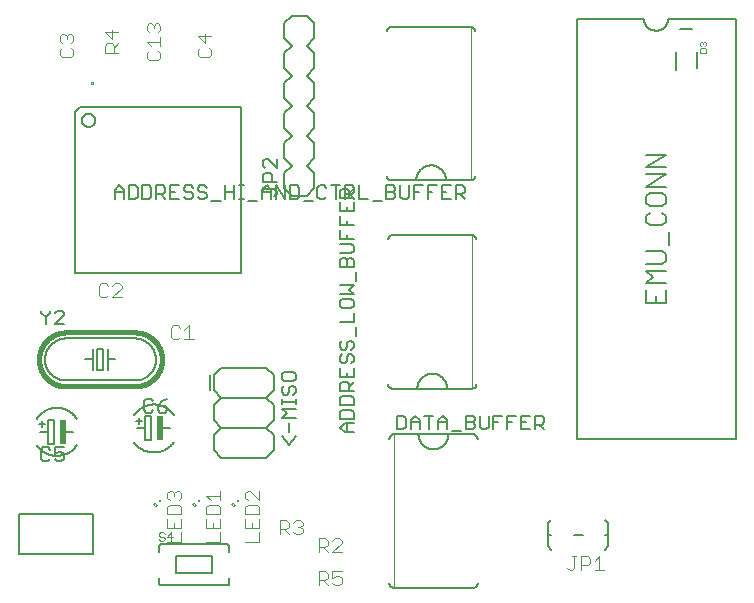
<source format=gtl>
G75*
%MOIN*%
%OFA0B0*%
%FSLAX25Y25*%
%IPPOS*%
%LPD*%
%AMOC8*
5,1,8,0,0,1.08239X$1,22.5*
%
%ADD10C,0.00600*%
%ADD11C,0.00400*%
%ADD12C,0.00800*%
%ADD13C,0.00500*%
%ADD14C,0.00200*%
%ADD15R,0.02000X0.08000*%
%ADD16C,0.00250*%
%ADD17C,0.00984*%
%ADD18C,0.01600*%
D10*
X0011595Y0019191D02*
X0036193Y0019191D01*
X0036193Y0032813D01*
X0011595Y0032813D01*
X0011595Y0019191D01*
X0021194Y0056106D02*
X0023194Y0056106D01*
X0023194Y0064106D01*
X0021194Y0064106D01*
X0021194Y0060106D01*
X0021194Y0056106D01*
X0021194Y0060106D02*
X0018694Y0060106D01*
X0019194Y0061606D02*
X0019194Y0063606D01*
X0018194Y0062606D02*
X0020194Y0062606D01*
X0017507Y0055715D02*
X0017616Y0055553D01*
X0017729Y0055393D01*
X0017846Y0055237D01*
X0017967Y0055083D01*
X0018092Y0054933D01*
X0018220Y0054785D01*
X0018352Y0054641D01*
X0018487Y0054499D01*
X0018626Y0054362D01*
X0018768Y0054227D01*
X0018913Y0054097D01*
X0019062Y0053969D01*
X0019213Y0053846D01*
X0019368Y0053726D01*
X0019525Y0053610D01*
X0019685Y0053498D01*
X0019848Y0053389D01*
X0020013Y0053285D01*
X0020181Y0053185D01*
X0020352Y0053089D01*
X0020524Y0052997D01*
X0020699Y0052910D01*
X0020876Y0052827D01*
X0021055Y0052748D01*
X0021236Y0052673D01*
X0021418Y0052603D01*
X0021602Y0052537D01*
X0021788Y0052476D01*
X0021975Y0052420D01*
X0022164Y0052368D01*
X0022353Y0052321D01*
X0022544Y0052278D01*
X0022736Y0052240D01*
X0022929Y0052207D01*
X0023122Y0052178D01*
X0023316Y0052154D01*
X0023511Y0052135D01*
X0023706Y0052121D01*
X0023901Y0052111D01*
X0024096Y0052107D01*
X0024292Y0052107D01*
X0024487Y0052111D01*
X0024682Y0052121D01*
X0024877Y0052135D01*
X0025072Y0052154D01*
X0025266Y0052178D01*
X0025459Y0052207D01*
X0025652Y0052240D01*
X0025844Y0052278D01*
X0026035Y0052321D01*
X0026224Y0052368D01*
X0026413Y0052420D01*
X0026600Y0052476D01*
X0026786Y0052537D01*
X0026970Y0052603D01*
X0027152Y0052673D01*
X0027333Y0052748D01*
X0027512Y0052827D01*
X0027689Y0052910D01*
X0027864Y0052997D01*
X0028036Y0053089D01*
X0028207Y0053185D01*
X0028375Y0053285D01*
X0028540Y0053389D01*
X0028703Y0053498D01*
X0028863Y0053610D01*
X0029020Y0053726D01*
X0029175Y0053846D01*
X0029326Y0053969D01*
X0029475Y0054097D01*
X0029620Y0054227D01*
X0029762Y0054362D01*
X0029901Y0054499D01*
X0030036Y0054641D01*
X0030168Y0054785D01*
X0030296Y0054933D01*
X0030421Y0055083D01*
X0030542Y0055237D01*
X0030659Y0055393D01*
X0030772Y0055553D01*
X0030881Y0055715D01*
X0029694Y0060106D02*
X0026694Y0060106D01*
X0030881Y0064497D02*
X0030772Y0064659D01*
X0030659Y0064819D01*
X0030542Y0064975D01*
X0030421Y0065129D01*
X0030296Y0065279D01*
X0030168Y0065427D01*
X0030036Y0065571D01*
X0029901Y0065713D01*
X0029762Y0065850D01*
X0029620Y0065985D01*
X0029475Y0066115D01*
X0029326Y0066243D01*
X0029175Y0066366D01*
X0029020Y0066486D01*
X0028863Y0066602D01*
X0028703Y0066714D01*
X0028540Y0066823D01*
X0028375Y0066927D01*
X0028207Y0067027D01*
X0028036Y0067123D01*
X0027864Y0067215D01*
X0027689Y0067302D01*
X0027512Y0067385D01*
X0027333Y0067464D01*
X0027152Y0067539D01*
X0026970Y0067609D01*
X0026786Y0067675D01*
X0026600Y0067736D01*
X0026413Y0067792D01*
X0026224Y0067844D01*
X0026035Y0067891D01*
X0025844Y0067934D01*
X0025652Y0067972D01*
X0025459Y0068005D01*
X0025266Y0068034D01*
X0025072Y0068058D01*
X0024877Y0068077D01*
X0024682Y0068091D01*
X0024487Y0068101D01*
X0024292Y0068105D01*
X0024096Y0068105D01*
X0023901Y0068101D01*
X0023706Y0068091D01*
X0023511Y0068077D01*
X0023316Y0068058D01*
X0023122Y0068034D01*
X0022929Y0068005D01*
X0022736Y0067972D01*
X0022544Y0067934D01*
X0022353Y0067891D01*
X0022164Y0067844D01*
X0021975Y0067792D01*
X0021788Y0067736D01*
X0021602Y0067675D01*
X0021418Y0067609D01*
X0021236Y0067539D01*
X0021055Y0067464D01*
X0020876Y0067385D01*
X0020699Y0067302D01*
X0020524Y0067215D01*
X0020352Y0067123D01*
X0020181Y0067027D01*
X0020013Y0066927D01*
X0019848Y0066823D01*
X0019685Y0066714D01*
X0019525Y0066602D01*
X0019368Y0066486D01*
X0019213Y0066366D01*
X0019062Y0066243D01*
X0018913Y0066115D01*
X0018768Y0065985D01*
X0018626Y0065850D01*
X0018487Y0065713D01*
X0018352Y0065571D01*
X0018220Y0065427D01*
X0018092Y0065279D01*
X0017967Y0065129D01*
X0017846Y0064975D01*
X0017729Y0064819D01*
X0017616Y0064659D01*
X0017507Y0064497D01*
X0027294Y0077206D02*
X0050294Y0077206D01*
X0050464Y0077208D01*
X0050635Y0077214D01*
X0050805Y0077225D01*
X0050975Y0077239D01*
X0051144Y0077258D01*
X0051313Y0077281D01*
X0051482Y0077307D01*
X0051649Y0077338D01*
X0051816Y0077373D01*
X0051982Y0077413D01*
X0052147Y0077456D01*
X0052311Y0077503D01*
X0052473Y0077554D01*
X0052635Y0077609D01*
X0052795Y0077668D01*
X0052953Y0077731D01*
X0053110Y0077797D01*
X0053265Y0077868D01*
X0053419Y0077942D01*
X0053570Y0078020D01*
X0053720Y0078102D01*
X0053868Y0078187D01*
X0054013Y0078276D01*
X0054156Y0078368D01*
X0054297Y0078464D01*
X0054436Y0078563D01*
X0054572Y0078666D01*
X0054706Y0078771D01*
X0054837Y0078880D01*
X0054965Y0078993D01*
X0055091Y0079108D01*
X0055214Y0079226D01*
X0055333Y0079347D01*
X0055450Y0079472D01*
X0055564Y0079599D01*
X0055675Y0079728D01*
X0055782Y0079861D01*
X0055886Y0079996D01*
X0055987Y0080133D01*
X0056085Y0080273D01*
X0056179Y0080415D01*
X0056269Y0080559D01*
X0056356Y0080706D01*
X0056440Y0080855D01*
X0056519Y0081005D01*
X0056595Y0081158D01*
X0056668Y0081312D01*
X0056736Y0081468D01*
X0056801Y0081626D01*
X0056862Y0081785D01*
X0056919Y0081946D01*
X0056972Y0082108D01*
X0057021Y0082271D01*
X0057066Y0082435D01*
X0057107Y0082601D01*
X0057145Y0082767D01*
X0057178Y0082935D01*
X0057206Y0083103D01*
X0057231Y0083271D01*
X0057252Y0083440D01*
X0057269Y0083610D01*
X0057281Y0083780D01*
X0057289Y0083950D01*
X0057293Y0084121D01*
X0057293Y0084291D01*
X0057289Y0084462D01*
X0057281Y0084632D01*
X0057269Y0084802D01*
X0057252Y0084972D01*
X0057231Y0085141D01*
X0057206Y0085309D01*
X0057178Y0085477D01*
X0057145Y0085645D01*
X0057107Y0085811D01*
X0057066Y0085977D01*
X0057021Y0086141D01*
X0056972Y0086304D01*
X0056919Y0086466D01*
X0056862Y0086627D01*
X0056801Y0086786D01*
X0056736Y0086944D01*
X0056668Y0087100D01*
X0056595Y0087254D01*
X0056519Y0087407D01*
X0056440Y0087557D01*
X0056356Y0087706D01*
X0056269Y0087853D01*
X0056179Y0087997D01*
X0056085Y0088139D01*
X0055987Y0088279D01*
X0055886Y0088416D01*
X0055782Y0088551D01*
X0055675Y0088684D01*
X0055564Y0088813D01*
X0055450Y0088940D01*
X0055333Y0089065D01*
X0055214Y0089186D01*
X0055091Y0089304D01*
X0054965Y0089419D01*
X0054837Y0089532D01*
X0054706Y0089641D01*
X0054572Y0089746D01*
X0054436Y0089849D01*
X0054297Y0089948D01*
X0054156Y0090044D01*
X0054013Y0090136D01*
X0053868Y0090225D01*
X0053720Y0090310D01*
X0053570Y0090392D01*
X0053419Y0090470D01*
X0053265Y0090544D01*
X0053110Y0090615D01*
X0052953Y0090681D01*
X0052795Y0090744D01*
X0052635Y0090803D01*
X0052473Y0090858D01*
X0052311Y0090909D01*
X0052147Y0090956D01*
X0051982Y0090999D01*
X0051816Y0091039D01*
X0051649Y0091074D01*
X0051482Y0091105D01*
X0051313Y0091131D01*
X0051144Y0091154D01*
X0050975Y0091173D01*
X0050805Y0091187D01*
X0050635Y0091198D01*
X0050464Y0091204D01*
X0050294Y0091206D01*
X0027294Y0091206D01*
X0027124Y0091204D01*
X0026953Y0091198D01*
X0026783Y0091187D01*
X0026613Y0091173D01*
X0026444Y0091154D01*
X0026275Y0091131D01*
X0026106Y0091105D01*
X0025939Y0091074D01*
X0025772Y0091039D01*
X0025606Y0090999D01*
X0025441Y0090956D01*
X0025277Y0090909D01*
X0025115Y0090858D01*
X0024953Y0090803D01*
X0024793Y0090744D01*
X0024635Y0090681D01*
X0024478Y0090615D01*
X0024323Y0090544D01*
X0024169Y0090470D01*
X0024018Y0090392D01*
X0023868Y0090310D01*
X0023720Y0090225D01*
X0023575Y0090136D01*
X0023432Y0090044D01*
X0023291Y0089948D01*
X0023152Y0089849D01*
X0023016Y0089746D01*
X0022882Y0089641D01*
X0022751Y0089532D01*
X0022623Y0089419D01*
X0022497Y0089304D01*
X0022374Y0089186D01*
X0022255Y0089065D01*
X0022138Y0088940D01*
X0022024Y0088813D01*
X0021913Y0088684D01*
X0021806Y0088551D01*
X0021702Y0088416D01*
X0021601Y0088279D01*
X0021503Y0088139D01*
X0021409Y0087997D01*
X0021319Y0087853D01*
X0021232Y0087706D01*
X0021148Y0087557D01*
X0021069Y0087407D01*
X0020993Y0087254D01*
X0020920Y0087100D01*
X0020852Y0086944D01*
X0020787Y0086786D01*
X0020726Y0086627D01*
X0020669Y0086466D01*
X0020616Y0086304D01*
X0020567Y0086141D01*
X0020522Y0085977D01*
X0020481Y0085811D01*
X0020443Y0085645D01*
X0020410Y0085477D01*
X0020382Y0085309D01*
X0020357Y0085141D01*
X0020336Y0084972D01*
X0020319Y0084802D01*
X0020307Y0084632D01*
X0020299Y0084462D01*
X0020295Y0084291D01*
X0020295Y0084121D01*
X0020299Y0083950D01*
X0020307Y0083780D01*
X0020319Y0083610D01*
X0020336Y0083440D01*
X0020357Y0083271D01*
X0020382Y0083103D01*
X0020410Y0082935D01*
X0020443Y0082767D01*
X0020481Y0082601D01*
X0020522Y0082435D01*
X0020567Y0082271D01*
X0020616Y0082108D01*
X0020669Y0081946D01*
X0020726Y0081785D01*
X0020787Y0081626D01*
X0020852Y0081468D01*
X0020920Y0081312D01*
X0020993Y0081158D01*
X0021069Y0081005D01*
X0021148Y0080855D01*
X0021232Y0080706D01*
X0021319Y0080559D01*
X0021409Y0080415D01*
X0021503Y0080273D01*
X0021601Y0080133D01*
X0021702Y0079996D01*
X0021806Y0079861D01*
X0021913Y0079728D01*
X0022024Y0079599D01*
X0022138Y0079472D01*
X0022255Y0079347D01*
X0022374Y0079226D01*
X0022497Y0079108D01*
X0022623Y0078993D01*
X0022751Y0078880D01*
X0022882Y0078771D01*
X0023016Y0078666D01*
X0023152Y0078563D01*
X0023291Y0078464D01*
X0023432Y0078368D01*
X0023575Y0078276D01*
X0023720Y0078187D01*
X0023868Y0078102D01*
X0024018Y0078020D01*
X0024169Y0077942D01*
X0024323Y0077868D01*
X0024478Y0077797D01*
X0024635Y0077731D01*
X0024793Y0077668D01*
X0024953Y0077609D01*
X0025115Y0077554D01*
X0025277Y0077503D01*
X0025441Y0077456D01*
X0025606Y0077413D01*
X0025772Y0077373D01*
X0025939Y0077338D01*
X0026106Y0077307D01*
X0026275Y0077281D01*
X0026444Y0077258D01*
X0026613Y0077239D01*
X0026783Y0077225D01*
X0026953Y0077214D01*
X0027124Y0077208D01*
X0027294Y0077206D01*
X0033794Y0084206D02*
X0036294Y0084206D01*
X0036294Y0080706D01*
X0037794Y0080706D02*
X0037794Y0087706D01*
X0039794Y0087706D01*
X0039794Y0080706D01*
X0037794Y0080706D01*
X0036294Y0084206D02*
X0036294Y0087706D01*
X0041294Y0087706D02*
X0041294Y0084206D01*
X0043794Y0084206D01*
X0041294Y0084206D02*
X0041294Y0080706D01*
X0051594Y0064706D02*
X0051594Y0062706D01*
X0050594Y0063706D02*
X0052594Y0063706D01*
X0053594Y0065206D02*
X0053594Y0061206D01*
X0053594Y0057206D01*
X0055594Y0057206D01*
X0055594Y0065206D01*
X0053594Y0065206D01*
X0053594Y0061206D02*
X0051094Y0061206D01*
X0049907Y0056815D02*
X0050016Y0056653D01*
X0050129Y0056493D01*
X0050246Y0056337D01*
X0050367Y0056183D01*
X0050492Y0056033D01*
X0050620Y0055885D01*
X0050752Y0055741D01*
X0050887Y0055599D01*
X0051026Y0055462D01*
X0051168Y0055327D01*
X0051313Y0055197D01*
X0051462Y0055069D01*
X0051613Y0054946D01*
X0051768Y0054826D01*
X0051925Y0054710D01*
X0052085Y0054598D01*
X0052248Y0054489D01*
X0052413Y0054385D01*
X0052581Y0054285D01*
X0052752Y0054189D01*
X0052924Y0054097D01*
X0053099Y0054010D01*
X0053276Y0053927D01*
X0053455Y0053848D01*
X0053636Y0053773D01*
X0053818Y0053703D01*
X0054002Y0053637D01*
X0054188Y0053576D01*
X0054375Y0053520D01*
X0054564Y0053468D01*
X0054753Y0053421D01*
X0054944Y0053378D01*
X0055136Y0053340D01*
X0055329Y0053307D01*
X0055522Y0053278D01*
X0055716Y0053254D01*
X0055911Y0053235D01*
X0056106Y0053221D01*
X0056301Y0053211D01*
X0056496Y0053207D01*
X0056692Y0053207D01*
X0056887Y0053211D01*
X0057082Y0053221D01*
X0057277Y0053235D01*
X0057472Y0053254D01*
X0057666Y0053278D01*
X0057859Y0053307D01*
X0058052Y0053340D01*
X0058244Y0053378D01*
X0058435Y0053421D01*
X0058624Y0053468D01*
X0058813Y0053520D01*
X0059000Y0053576D01*
X0059186Y0053637D01*
X0059370Y0053703D01*
X0059552Y0053773D01*
X0059733Y0053848D01*
X0059912Y0053927D01*
X0060089Y0054010D01*
X0060264Y0054097D01*
X0060436Y0054189D01*
X0060607Y0054285D01*
X0060775Y0054385D01*
X0060940Y0054489D01*
X0061103Y0054598D01*
X0061263Y0054710D01*
X0061420Y0054826D01*
X0061575Y0054946D01*
X0061726Y0055069D01*
X0061875Y0055197D01*
X0062020Y0055327D01*
X0062162Y0055462D01*
X0062301Y0055599D01*
X0062436Y0055741D01*
X0062568Y0055885D01*
X0062696Y0056033D01*
X0062821Y0056183D01*
X0062942Y0056337D01*
X0063059Y0056493D01*
X0063172Y0056653D01*
X0063281Y0056815D01*
X0062094Y0061206D02*
X0059094Y0061206D01*
X0063281Y0065597D02*
X0063172Y0065759D01*
X0063059Y0065919D01*
X0062942Y0066075D01*
X0062821Y0066229D01*
X0062696Y0066379D01*
X0062568Y0066527D01*
X0062436Y0066671D01*
X0062301Y0066813D01*
X0062162Y0066950D01*
X0062020Y0067085D01*
X0061875Y0067215D01*
X0061726Y0067343D01*
X0061575Y0067466D01*
X0061420Y0067586D01*
X0061263Y0067702D01*
X0061103Y0067814D01*
X0060940Y0067923D01*
X0060775Y0068027D01*
X0060607Y0068127D01*
X0060436Y0068223D01*
X0060264Y0068315D01*
X0060089Y0068402D01*
X0059912Y0068485D01*
X0059733Y0068564D01*
X0059552Y0068639D01*
X0059370Y0068709D01*
X0059186Y0068775D01*
X0059000Y0068836D01*
X0058813Y0068892D01*
X0058624Y0068944D01*
X0058435Y0068991D01*
X0058244Y0069034D01*
X0058052Y0069072D01*
X0057859Y0069105D01*
X0057666Y0069134D01*
X0057472Y0069158D01*
X0057277Y0069177D01*
X0057082Y0069191D01*
X0056887Y0069201D01*
X0056692Y0069205D01*
X0056496Y0069205D01*
X0056301Y0069201D01*
X0056106Y0069191D01*
X0055911Y0069177D01*
X0055716Y0069158D01*
X0055522Y0069134D01*
X0055329Y0069105D01*
X0055136Y0069072D01*
X0054944Y0069034D01*
X0054753Y0068991D01*
X0054564Y0068944D01*
X0054375Y0068892D01*
X0054188Y0068836D01*
X0054002Y0068775D01*
X0053818Y0068709D01*
X0053636Y0068639D01*
X0053455Y0068564D01*
X0053276Y0068485D01*
X0053099Y0068402D01*
X0052924Y0068315D01*
X0052752Y0068223D01*
X0052581Y0068127D01*
X0052413Y0068027D01*
X0052248Y0067923D01*
X0052085Y0067814D01*
X0051925Y0067702D01*
X0051768Y0067586D01*
X0051613Y0067466D01*
X0051462Y0067343D01*
X0051313Y0067215D01*
X0051168Y0067085D01*
X0051026Y0066950D01*
X0050887Y0066813D01*
X0050752Y0066671D01*
X0050620Y0066527D01*
X0050492Y0066379D01*
X0050367Y0066229D01*
X0050246Y0066075D01*
X0050129Y0065919D01*
X0050016Y0065759D01*
X0049907Y0065597D01*
X0030293Y0113105D02*
X0030293Y0166806D01*
X0031994Y0168507D01*
X0085695Y0168507D01*
X0085695Y0113105D01*
X0030293Y0113105D01*
X0032644Y0163956D02*
X0032646Y0164049D01*
X0032652Y0164143D01*
X0032662Y0164235D01*
X0032676Y0164328D01*
X0032693Y0164419D01*
X0032715Y0164510D01*
X0032740Y0164600D01*
X0032770Y0164689D01*
X0032803Y0164776D01*
X0032839Y0164862D01*
X0032880Y0164946D01*
X0032923Y0165029D01*
X0032971Y0165109D01*
X0033021Y0165188D01*
X0033075Y0165264D01*
X0033132Y0165338D01*
X0033193Y0165409D01*
X0033256Y0165478D01*
X0033322Y0165544D01*
X0033391Y0165607D01*
X0033462Y0165668D01*
X0033536Y0165725D01*
X0033612Y0165779D01*
X0033691Y0165829D01*
X0033771Y0165877D01*
X0033854Y0165920D01*
X0033938Y0165961D01*
X0034024Y0165997D01*
X0034111Y0166030D01*
X0034200Y0166060D01*
X0034290Y0166085D01*
X0034381Y0166107D01*
X0034472Y0166124D01*
X0034565Y0166138D01*
X0034657Y0166148D01*
X0034751Y0166154D01*
X0034844Y0166156D01*
X0034937Y0166154D01*
X0035031Y0166148D01*
X0035123Y0166138D01*
X0035216Y0166124D01*
X0035307Y0166107D01*
X0035398Y0166085D01*
X0035488Y0166060D01*
X0035577Y0166030D01*
X0035664Y0165997D01*
X0035750Y0165961D01*
X0035834Y0165920D01*
X0035917Y0165877D01*
X0035997Y0165829D01*
X0036076Y0165779D01*
X0036152Y0165725D01*
X0036226Y0165668D01*
X0036297Y0165607D01*
X0036366Y0165544D01*
X0036432Y0165478D01*
X0036495Y0165409D01*
X0036556Y0165338D01*
X0036613Y0165264D01*
X0036667Y0165188D01*
X0036717Y0165109D01*
X0036765Y0165029D01*
X0036808Y0164946D01*
X0036849Y0164862D01*
X0036885Y0164776D01*
X0036918Y0164689D01*
X0036948Y0164600D01*
X0036973Y0164510D01*
X0036995Y0164419D01*
X0037012Y0164328D01*
X0037026Y0164235D01*
X0037036Y0164143D01*
X0037042Y0164049D01*
X0037044Y0163956D01*
X0037042Y0163863D01*
X0037036Y0163769D01*
X0037026Y0163677D01*
X0037012Y0163584D01*
X0036995Y0163493D01*
X0036973Y0163402D01*
X0036948Y0163312D01*
X0036918Y0163223D01*
X0036885Y0163136D01*
X0036849Y0163050D01*
X0036808Y0162966D01*
X0036765Y0162883D01*
X0036717Y0162803D01*
X0036667Y0162724D01*
X0036613Y0162648D01*
X0036556Y0162574D01*
X0036495Y0162503D01*
X0036432Y0162434D01*
X0036366Y0162368D01*
X0036297Y0162305D01*
X0036226Y0162244D01*
X0036152Y0162187D01*
X0036076Y0162133D01*
X0035997Y0162083D01*
X0035917Y0162035D01*
X0035834Y0161992D01*
X0035750Y0161951D01*
X0035664Y0161915D01*
X0035577Y0161882D01*
X0035488Y0161852D01*
X0035398Y0161827D01*
X0035307Y0161805D01*
X0035216Y0161788D01*
X0035123Y0161774D01*
X0035031Y0161764D01*
X0034937Y0161758D01*
X0034844Y0161756D01*
X0034751Y0161758D01*
X0034657Y0161764D01*
X0034565Y0161774D01*
X0034472Y0161788D01*
X0034381Y0161805D01*
X0034290Y0161827D01*
X0034200Y0161852D01*
X0034111Y0161882D01*
X0034024Y0161915D01*
X0033938Y0161951D01*
X0033854Y0161992D01*
X0033771Y0162035D01*
X0033691Y0162083D01*
X0033612Y0162133D01*
X0033536Y0162187D01*
X0033462Y0162244D01*
X0033391Y0162305D01*
X0033322Y0162368D01*
X0033256Y0162434D01*
X0033193Y0162503D01*
X0033132Y0162574D01*
X0033075Y0162648D01*
X0033021Y0162724D01*
X0032971Y0162803D01*
X0032923Y0162883D01*
X0032880Y0162966D01*
X0032839Y0163050D01*
X0032803Y0163136D01*
X0032770Y0163223D01*
X0032740Y0163312D01*
X0032715Y0163402D01*
X0032693Y0163493D01*
X0032676Y0163584D01*
X0032662Y0163677D01*
X0032652Y0163769D01*
X0032646Y0163863D01*
X0032644Y0163956D01*
X0134294Y0145406D02*
X0134296Y0145330D01*
X0134302Y0145254D01*
X0134311Y0145179D01*
X0134325Y0145104D01*
X0134342Y0145030D01*
X0134363Y0144957D01*
X0134387Y0144885D01*
X0134416Y0144814D01*
X0134447Y0144745D01*
X0134482Y0144678D01*
X0134521Y0144613D01*
X0134563Y0144549D01*
X0134608Y0144488D01*
X0134656Y0144429D01*
X0134707Y0144373D01*
X0134761Y0144319D01*
X0134817Y0144268D01*
X0134876Y0144220D01*
X0134937Y0144175D01*
X0135001Y0144133D01*
X0135066Y0144094D01*
X0135133Y0144059D01*
X0135202Y0144028D01*
X0135273Y0143999D01*
X0135345Y0143975D01*
X0135418Y0143954D01*
X0135492Y0143937D01*
X0135567Y0143923D01*
X0135642Y0143914D01*
X0135718Y0143908D01*
X0135794Y0143906D01*
X0143994Y0143906D01*
X0153994Y0143906D01*
X0162194Y0143906D01*
X0162270Y0143908D01*
X0162346Y0143914D01*
X0162421Y0143923D01*
X0162496Y0143937D01*
X0162570Y0143954D01*
X0162643Y0143975D01*
X0162715Y0143999D01*
X0162786Y0144028D01*
X0162855Y0144059D01*
X0162922Y0144094D01*
X0162987Y0144133D01*
X0163051Y0144175D01*
X0163112Y0144220D01*
X0163171Y0144268D01*
X0163227Y0144319D01*
X0163281Y0144373D01*
X0163332Y0144429D01*
X0163380Y0144488D01*
X0163425Y0144549D01*
X0163467Y0144613D01*
X0163506Y0144678D01*
X0163541Y0144745D01*
X0163572Y0144814D01*
X0163601Y0144885D01*
X0163625Y0144957D01*
X0163646Y0145030D01*
X0163663Y0145104D01*
X0163677Y0145179D01*
X0163686Y0145254D01*
X0163692Y0145330D01*
X0163694Y0145406D01*
X0153994Y0143906D02*
X0153992Y0144046D01*
X0153986Y0144186D01*
X0153976Y0144326D01*
X0153963Y0144466D01*
X0153945Y0144605D01*
X0153923Y0144744D01*
X0153898Y0144881D01*
X0153869Y0145019D01*
X0153836Y0145155D01*
X0153799Y0145290D01*
X0153758Y0145424D01*
X0153713Y0145557D01*
X0153665Y0145689D01*
X0153613Y0145819D01*
X0153558Y0145948D01*
X0153499Y0146075D01*
X0153436Y0146201D01*
X0153370Y0146325D01*
X0153301Y0146446D01*
X0153228Y0146566D01*
X0153151Y0146684D01*
X0153072Y0146799D01*
X0152989Y0146913D01*
X0152903Y0147023D01*
X0152814Y0147132D01*
X0152722Y0147238D01*
X0152627Y0147341D01*
X0152530Y0147442D01*
X0152429Y0147539D01*
X0152326Y0147634D01*
X0152220Y0147726D01*
X0152111Y0147815D01*
X0152001Y0147901D01*
X0151887Y0147984D01*
X0151772Y0148063D01*
X0151654Y0148140D01*
X0151534Y0148213D01*
X0151413Y0148282D01*
X0151289Y0148348D01*
X0151163Y0148411D01*
X0151036Y0148470D01*
X0150907Y0148525D01*
X0150777Y0148577D01*
X0150645Y0148625D01*
X0150512Y0148670D01*
X0150378Y0148711D01*
X0150243Y0148748D01*
X0150107Y0148781D01*
X0149969Y0148810D01*
X0149832Y0148835D01*
X0149693Y0148857D01*
X0149554Y0148875D01*
X0149414Y0148888D01*
X0149274Y0148898D01*
X0149134Y0148904D01*
X0148994Y0148906D01*
X0148854Y0148904D01*
X0148714Y0148898D01*
X0148574Y0148888D01*
X0148434Y0148875D01*
X0148295Y0148857D01*
X0148156Y0148835D01*
X0148019Y0148810D01*
X0147881Y0148781D01*
X0147745Y0148748D01*
X0147610Y0148711D01*
X0147476Y0148670D01*
X0147343Y0148625D01*
X0147211Y0148577D01*
X0147081Y0148525D01*
X0146952Y0148470D01*
X0146825Y0148411D01*
X0146699Y0148348D01*
X0146575Y0148282D01*
X0146454Y0148213D01*
X0146334Y0148140D01*
X0146216Y0148063D01*
X0146101Y0147984D01*
X0145987Y0147901D01*
X0145877Y0147815D01*
X0145768Y0147726D01*
X0145662Y0147634D01*
X0145559Y0147539D01*
X0145458Y0147442D01*
X0145361Y0147341D01*
X0145266Y0147238D01*
X0145174Y0147132D01*
X0145085Y0147023D01*
X0144999Y0146913D01*
X0144916Y0146799D01*
X0144837Y0146684D01*
X0144760Y0146566D01*
X0144687Y0146446D01*
X0144618Y0146325D01*
X0144552Y0146201D01*
X0144489Y0146075D01*
X0144430Y0145948D01*
X0144375Y0145819D01*
X0144323Y0145689D01*
X0144275Y0145557D01*
X0144230Y0145424D01*
X0144189Y0145290D01*
X0144152Y0145155D01*
X0144119Y0145019D01*
X0144090Y0144881D01*
X0144065Y0144744D01*
X0144043Y0144605D01*
X0144025Y0144466D01*
X0144012Y0144326D01*
X0144002Y0144186D01*
X0143996Y0144046D01*
X0143994Y0143906D01*
X0136194Y0125706D02*
X0162594Y0125706D01*
X0162670Y0125704D01*
X0162746Y0125698D01*
X0162821Y0125689D01*
X0162896Y0125675D01*
X0162970Y0125658D01*
X0163043Y0125637D01*
X0163115Y0125613D01*
X0163186Y0125584D01*
X0163255Y0125553D01*
X0163322Y0125518D01*
X0163387Y0125479D01*
X0163451Y0125437D01*
X0163512Y0125392D01*
X0163571Y0125344D01*
X0163627Y0125293D01*
X0163681Y0125239D01*
X0163732Y0125183D01*
X0163780Y0125124D01*
X0163825Y0125063D01*
X0163867Y0124999D01*
X0163906Y0124934D01*
X0163941Y0124867D01*
X0163972Y0124798D01*
X0164001Y0124727D01*
X0164025Y0124655D01*
X0164046Y0124582D01*
X0164063Y0124508D01*
X0164077Y0124433D01*
X0164086Y0124358D01*
X0164092Y0124282D01*
X0164094Y0124206D01*
X0136194Y0125706D02*
X0136118Y0125704D01*
X0136042Y0125698D01*
X0135967Y0125689D01*
X0135892Y0125675D01*
X0135818Y0125658D01*
X0135745Y0125637D01*
X0135673Y0125613D01*
X0135602Y0125584D01*
X0135533Y0125553D01*
X0135466Y0125518D01*
X0135401Y0125479D01*
X0135337Y0125437D01*
X0135276Y0125392D01*
X0135217Y0125344D01*
X0135161Y0125293D01*
X0135107Y0125239D01*
X0135056Y0125183D01*
X0135008Y0125124D01*
X0134963Y0125063D01*
X0134921Y0124999D01*
X0134882Y0124934D01*
X0134847Y0124867D01*
X0134816Y0124798D01*
X0134787Y0124727D01*
X0134763Y0124655D01*
X0134742Y0124582D01*
X0134725Y0124508D01*
X0134711Y0124433D01*
X0134702Y0124358D01*
X0134696Y0124282D01*
X0134694Y0124206D01*
X0134694Y0076006D02*
X0134696Y0075930D01*
X0134702Y0075854D01*
X0134711Y0075779D01*
X0134725Y0075704D01*
X0134742Y0075630D01*
X0134763Y0075557D01*
X0134787Y0075485D01*
X0134816Y0075414D01*
X0134847Y0075345D01*
X0134882Y0075278D01*
X0134921Y0075213D01*
X0134963Y0075149D01*
X0135008Y0075088D01*
X0135056Y0075029D01*
X0135107Y0074973D01*
X0135161Y0074919D01*
X0135217Y0074868D01*
X0135276Y0074820D01*
X0135337Y0074775D01*
X0135401Y0074733D01*
X0135466Y0074694D01*
X0135533Y0074659D01*
X0135602Y0074628D01*
X0135673Y0074599D01*
X0135745Y0074575D01*
X0135818Y0074554D01*
X0135892Y0074537D01*
X0135967Y0074523D01*
X0136042Y0074514D01*
X0136118Y0074508D01*
X0136194Y0074506D01*
X0144394Y0074506D01*
X0154394Y0074506D01*
X0162594Y0074506D01*
X0162670Y0074508D01*
X0162746Y0074514D01*
X0162821Y0074523D01*
X0162896Y0074537D01*
X0162970Y0074554D01*
X0163043Y0074575D01*
X0163115Y0074599D01*
X0163186Y0074628D01*
X0163255Y0074659D01*
X0163322Y0074694D01*
X0163387Y0074733D01*
X0163451Y0074775D01*
X0163512Y0074820D01*
X0163571Y0074868D01*
X0163627Y0074919D01*
X0163681Y0074973D01*
X0163732Y0075029D01*
X0163780Y0075088D01*
X0163825Y0075149D01*
X0163867Y0075213D01*
X0163906Y0075278D01*
X0163941Y0075345D01*
X0163972Y0075414D01*
X0164001Y0075485D01*
X0164025Y0075557D01*
X0164046Y0075630D01*
X0164063Y0075704D01*
X0164077Y0075779D01*
X0164086Y0075854D01*
X0164092Y0075930D01*
X0164094Y0076006D01*
X0154394Y0074506D02*
X0154392Y0074646D01*
X0154386Y0074786D01*
X0154376Y0074926D01*
X0154363Y0075066D01*
X0154345Y0075205D01*
X0154323Y0075344D01*
X0154298Y0075481D01*
X0154269Y0075619D01*
X0154236Y0075755D01*
X0154199Y0075890D01*
X0154158Y0076024D01*
X0154113Y0076157D01*
X0154065Y0076289D01*
X0154013Y0076419D01*
X0153958Y0076548D01*
X0153899Y0076675D01*
X0153836Y0076801D01*
X0153770Y0076925D01*
X0153701Y0077046D01*
X0153628Y0077166D01*
X0153551Y0077284D01*
X0153472Y0077399D01*
X0153389Y0077513D01*
X0153303Y0077623D01*
X0153214Y0077732D01*
X0153122Y0077838D01*
X0153027Y0077941D01*
X0152930Y0078042D01*
X0152829Y0078139D01*
X0152726Y0078234D01*
X0152620Y0078326D01*
X0152511Y0078415D01*
X0152401Y0078501D01*
X0152287Y0078584D01*
X0152172Y0078663D01*
X0152054Y0078740D01*
X0151934Y0078813D01*
X0151813Y0078882D01*
X0151689Y0078948D01*
X0151563Y0079011D01*
X0151436Y0079070D01*
X0151307Y0079125D01*
X0151177Y0079177D01*
X0151045Y0079225D01*
X0150912Y0079270D01*
X0150778Y0079311D01*
X0150643Y0079348D01*
X0150507Y0079381D01*
X0150369Y0079410D01*
X0150232Y0079435D01*
X0150093Y0079457D01*
X0149954Y0079475D01*
X0149814Y0079488D01*
X0149674Y0079498D01*
X0149534Y0079504D01*
X0149394Y0079506D01*
X0149254Y0079504D01*
X0149114Y0079498D01*
X0148974Y0079488D01*
X0148834Y0079475D01*
X0148695Y0079457D01*
X0148556Y0079435D01*
X0148419Y0079410D01*
X0148281Y0079381D01*
X0148145Y0079348D01*
X0148010Y0079311D01*
X0147876Y0079270D01*
X0147743Y0079225D01*
X0147611Y0079177D01*
X0147481Y0079125D01*
X0147352Y0079070D01*
X0147225Y0079011D01*
X0147099Y0078948D01*
X0146975Y0078882D01*
X0146854Y0078813D01*
X0146734Y0078740D01*
X0146616Y0078663D01*
X0146501Y0078584D01*
X0146387Y0078501D01*
X0146277Y0078415D01*
X0146168Y0078326D01*
X0146062Y0078234D01*
X0145959Y0078139D01*
X0145858Y0078042D01*
X0145761Y0077941D01*
X0145666Y0077838D01*
X0145574Y0077732D01*
X0145485Y0077623D01*
X0145399Y0077513D01*
X0145316Y0077399D01*
X0145237Y0077284D01*
X0145160Y0077166D01*
X0145087Y0077046D01*
X0145018Y0076925D01*
X0144952Y0076801D01*
X0144889Y0076675D01*
X0144830Y0076548D01*
X0144775Y0076419D01*
X0144723Y0076289D01*
X0144675Y0076157D01*
X0144630Y0076024D01*
X0144589Y0075890D01*
X0144552Y0075755D01*
X0144519Y0075619D01*
X0144490Y0075481D01*
X0144465Y0075344D01*
X0144443Y0075205D01*
X0144425Y0075066D01*
X0144412Y0074926D01*
X0144402Y0074786D01*
X0144396Y0074646D01*
X0144394Y0074506D01*
X0144794Y0059306D02*
X0136594Y0059306D01*
X0136518Y0059304D01*
X0136442Y0059298D01*
X0136367Y0059289D01*
X0136292Y0059275D01*
X0136218Y0059258D01*
X0136145Y0059237D01*
X0136073Y0059213D01*
X0136002Y0059184D01*
X0135933Y0059153D01*
X0135866Y0059118D01*
X0135801Y0059079D01*
X0135737Y0059037D01*
X0135676Y0058992D01*
X0135617Y0058944D01*
X0135561Y0058893D01*
X0135507Y0058839D01*
X0135456Y0058783D01*
X0135408Y0058724D01*
X0135363Y0058663D01*
X0135321Y0058599D01*
X0135282Y0058534D01*
X0135247Y0058467D01*
X0135216Y0058398D01*
X0135187Y0058327D01*
X0135163Y0058255D01*
X0135142Y0058182D01*
X0135125Y0058108D01*
X0135111Y0058033D01*
X0135102Y0057958D01*
X0135096Y0057882D01*
X0135094Y0057806D01*
X0144794Y0059306D02*
X0154794Y0059306D01*
X0162994Y0059306D01*
X0163070Y0059304D01*
X0163146Y0059298D01*
X0163221Y0059289D01*
X0163296Y0059275D01*
X0163370Y0059258D01*
X0163443Y0059237D01*
X0163515Y0059213D01*
X0163586Y0059184D01*
X0163655Y0059153D01*
X0163722Y0059118D01*
X0163787Y0059079D01*
X0163851Y0059037D01*
X0163912Y0058992D01*
X0163971Y0058944D01*
X0164027Y0058893D01*
X0164081Y0058839D01*
X0164132Y0058783D01*
X0164180Y0058724D01*
X0164225Y0058663D01*
X0164267Y0058599D01*
X0164306Y0058534D01*
X0164341Y0058467D01*
X0164372Y0058398D01*
X0164401Y0058327D01*
X0164425Y0058255D01*
X0164446Y0058182D01*
X0164463Y0058108D01*
X0164477Y0058033D01*
X0164486Y0057958D01*
X0164492Y0057882D01*
X0164494Y0057806D01*
X0154794Y0059306D02*
X0154792Y0059166D01*
X0154786Y0059026D01*
X0154776Y0058886D01*
X0154763Y0058746D01*
X0154745Y0058607D01*
X0154723Y0058468D01*
X0154698Y0058331D01*
X0154669Y0058193D01*
X0154636Y0058057D01*
X0154599Y0057922D01*
X0154558Y0057788D01*
X0154513Y0057655D01*
X0154465Y0057523D01*
X0154413Y0057393D01*
X0154358Y0057264D01*
X0154299Y0057137D01*
X0154236Y0057011D01*
X0154170Y0056887D01*
X0154101Y0056766D01*
X0154028Y0056646D01*
X0153951Y0056528D01*
X0153872Y0056413D01*
X0153789Y0056299D01*
X0153703Y0056189D01*
X0153614Y0056080D01*
X0153522Y0055974D01*
X0153427Y0055871D01*
X0153330Y0055770D01*
X0153229Y0055673D01*
X0153126Y0055578D01*
X0153020Y0055486D01*
X0152911Y0055397D01*
X0152801Y0055311D01*
X0152687Y0055228D01*
X0152572Y0055149D01*
X0152454Y0055072D01*
X0152334Y0054999D01*
X0152213Y0054930D01*
X0152089Y0054864D01*
X0151963Y0054801D01*
X0151836Y0054742D01*
X0151707Y0054687D01*
X0151577Y0054635D01*
X0151445Y0054587D01*
X0151312Y0054542D01*
X0151178Y0054501D01*
X0151043Y0054464D01*
X0150907Y0054431D01*
X0150769Y0054402D01*
X0150632Y0054377D01*
X0150493Y0054355D01*
X0150354Y0054337D01*
X0150214Y0054324D01*
X0150074Y0054314D01*
X0149934Y0054308D01*
X0149794Y0054306D01*
X0149654Y0054308D01*
X0149514Y0054314D01*
X0149374Y0054324D01*
X0149234Y0054337D01*
X0149095Y0054355D01*
X0148956Y0054377D01*
X0148819Y0054402D01*
X0148681Y0054431D01*
X0148545Y0054464D01*
X0148410Y0054501D01*
X0148276Y0054542D01*
X0148143Y0054587D01*
X0148011Y0054635D01*
X0147881Y0054687D01*
X0147752Y0054742D01*
X0147625Y0054801D01*
X0147499Y0054864D01*
X0147375Y0054930D01*
X0147254Y0054999D01*
X0147134Y0055072D01*
X0147016Y0055149D01*
X0146901Y0055228D01*
X0146787Y0055311D01*
X0146677Y0055397D01*
X0146568Y0055486D01*
X0146462Y0055578D01*
X0146359Y0055673D01*
X0146258Y0055770D01*
X0146161Y0055871D01*
X0146066Y0055974D01*
X0145974Y0056080D01*
X0145885Y0056189D01*
X0145799Y0056299D01*
X0145716Y0056413D01*
X0145637Y0056528D01*
X0145560Y0056646D01*
X0145487Y0056766D01*
X0145418Y0056887D01*
X0145352Y0057011D01*
X0145289Y0057137D01*
X0145230Y0057264D01*
X0145175Y0057393D01*
X0145123Y0057523D01*
X0145075Y0057655D01*
X0145030Y0057788D01*
X0144989Y0057922D01*
X0144952Y0058057D01*
X0144919Y0058193D01*
X0144890Y0058331D01*
X0144865Y0058468D01*
X0144843Y0058607D01*
X0144825Y0058746D01*
X0144812Y0058886D01*
X0144802Y0059026D01*
X0144796Y0059166D01*
X0144794Y0059306D01*
X0197494Y0057806D02*
X0250494Y0057806D01*
X0250494Y0197806D01*
X0227994Y0197806D01*
X0227992Y0197680D01*
X0227986Y0197555D01*
X0227976Y0197430D01*
X0227962Y0197305D01*
X0227945Y0197180D01*
X0227923Y0197056D01*
X0227898Y0196933D01*
X0227868Y0196811D01*
X0227835Y0196690D01*
X0227798Y0196570D01*
X0227758Y0196451D01*
X0227713Y0196334D01*
X0227665Y0196217D01*
X0227613Y0196103D01*
X0227558Y0195990D01*
X0227499Y0195879D01*
X0227437Y0195770D01*
X0227371Y0195663D01*
X0227302Y0195558D01*
X0227230Y0195455D01*
X0227155Y0195354D01*
X0227076Y0195256D01*
X0226994Y0195161D01*
X0226910Y0195068D01*
X0226822Y0194978D01*
X0226732Y0194890D01*
X0226639Y0194806D01*
X0226544Y0194724D01*
X0226446Y0194645D01*
X0226345Y0194570D01*
X0226242Y0194498D01*
X0226137Y0194429D01*
X0226030Y0194363D01*
X0225921Y0194301D01*
X0225810Y0194242D01*
X0225697Y0194187D01*
X0225583Y0194135D01*
X0225466Y0194087D01*
X0225349Y0194042D01*
X0225230Y0194002D01*
X0225110Y0193965D01*
X0224989Y0193932D01*
X0224867Y0193902D01*
X0224744Y0193877D01*
X0224620Y0193855D01*
X0224495Y0193838D01*
X0224370Y0193824D01*
X0224245Y0193814D01*
X0224120Y0193808D01*
X0223994Y0193806D01*
X0223868Y0193808D01*
X0223743Y0193814D01*
X0223618Y0193824D01*
X0223493Y0193838D01*
X0223368Y0193855D01*
X0223244Y0193877D01*
X0223121Y0193902D01*
X0222999Y0193932D01*
X0222878Y0193965D01*
X0222758Y0194002D01*
X0222639Y0194042D01*
X0222522Y0194087D01*
X0222405Y0194135D01*
X0222291Y0194187D01*
X0222178Y0194242D01*
X0222067Y0194301D01*
X0221958Y0194363D01*
X0221851Y0194429D01*
X0221746Y0194498D01*
X0221643Y0194570D01*
X0221542Y0194645D01*
X0221444Y0194724D01*
X0221349Y0194806D01*
X0221256Y0194890D01*
X0221166Y0194978D01*
X0221078Y0195068D01*
X0220994Y0195161D01*
X0220912Y0195256D01*
X0220833Y0195354D01*
X0220758Y0195455D01*
X0220686Y0195558D01*
X0220617Y0195663D01*
X0220551Y0195770D01*
X0220489Y0195879D01*
X0220430Y0195990D01*
X0220375Y0196103D01*
X0220323Y0196217D01*
X0220275Y0196334D01*
X0220230Y0196451D01*
X0220190Y0196570D01*
X0220153Y0196690D01*
X0220120Y0196811D01*
X0220090Y0196933D01*
X0220065Y0197056D01*
X0220043Y0197180D01*
X0220026Y0197305D01*
X0220012Y0197430D01*
X0220002Y0197555D01*
X0219996Y0197680D01*
X0219994Y0197806D01*
X0197494Y0197806D01*
X0197494Y0057806D01*
X0220789Y0103106D02*
X0227194Y0103106D01*
X0227194Y0107376D01*
X0227194Y0109552D02*
X0220789Y0109552D01*
X0222924Y0111687D01*
X0220789Y0113822D01*
X0227194Y0113822D01*
X0226127Y0115997D02*
X0227194Y0117065D01*
X0227194Y0119200D01*
X0226127Y0120267D01*
X0220789Y0120267D01*
X0220789Y0115997D02*
X0226127Y0115997D01*
X0228262Y0122442D02*
X0228262Y0126713D01*
X0226127Y0128888D02*
X0227194Y0129956D01*
X0227194Y0132091D01*
X0226127Y0133158D01*
X0226127Y0135333D02*
X0227194Y0136401D01*
X0227194Y0138536D01*
X0226127Y0139604D01*
X0221856Y0139604D01*
X0220789Y0138536D01*
X0220789Y0136401D01*
X0221856Y0135333D01*
X0226127Y0135333D01*
X0221856Y0133158D02*
X0220789Y0132091D01*
X0220789Y0129956D01*
X0221856Y0128888D01*
X0226127Y0128888D01*
X0227194Y0141779D02*
X0220789Y0141779D01*
X0227194Y0146049D01*
X0220789Y0146049D01*
X0220789Y0148224D02*
X0227194Y0152495D01*
X0220789Y0152495D01*
X0220789Y0148224D02*
X0227194Y0148224D01*
X0220789Y0107376D02*
X0220789Y0103106D01*
X0223991Y0103106D02*
X0223991Y0105241D01*
X0163694Y0193606D02*
X0163692Y0193682D01*
X0163686Y0193758D01*
X0163677Y0193833D01*
X0163663Y0193908D01*
X0163646Y0193982D01*
X0163625Y0194055D01*
X0163601Y0194127D01*
X0163572Y0194198D01*
X0163541Y0194267D01*
X0163506Y0194334D01*
X0163467Y0194399D01*
X0163425Y0194463D01*
X0163380Y0194524D01*
X0163332Y0194583D01*
X0163281Y0194639D01*
X0163227Y0194693D01*
X0163171Y0194744D01*
X0163112Y0194792D01*
X0163051Y0194837D01*
X0162987Y0194879D01*
X0162922Y0194918D01*
X0162855Y0194953D01*
X0162786Y0194984D01*
X0162715Y0195013D01*
X0162643Y0195037D01*
X0162570Y0195058D01*
X0162496Y0195075D01*
X0162421Y0195089D01*
X0162346Y0195098D01*
X0162270Y0195104D01*
X0162194Y0195106D01*
X0135794Y0195106D01*
X0135718Y0195104D01*
X0135642Y0195098D01*
X0135567Y0195089D01*
X0135492Y0195075D01*
X0135418Y0195058D01*
X0135345Y0195037D01*
X0135273Y0195013D01*
X0135202Y0194984D01*
X0135133Y0194953D01*
X0135066Y0194918D01*
X0135001Y0194879D01*
X0134937Y0194837D01*
X0134876Y0194792D01*
X0134817Y0194744D01*
X0134761Y0194693D01*
X0134707Y0194639D01*
X0134656Y0194583D01*
X0134608Y0194524D01*
X0134563Y0194463D01*
X0134521Y0194399D01*
X0134482Y0194334D01*
X0134447Y0194267D01*
X0134416Y0194198D01*
X0134387Y0194127D01*
X0134363Y0194055D01*
X0134342Y0193982D01*
X0134325Y0193908D01*
X0134311Y0193833D01*
X0134302Y0193758D01*
X0134296Y0193682D01*
X0134294Y0193606D01*
X0135094Y0009606D02*
X0135096Y0009530D01*
X0135102Y0009454D01*
X0135111Y0009379D01*
X0135125Y0009304D01*
X0135142Y0009230D01*
X0135163Y0009157D01*
X0135187Y0009085D01*
X0135216Y0009014D01*
X0135247Y0008945D01*
X0135282Y0008878D01*
X0135321Y0008813D01*
X0135363Y0008749D01*
X0135408Y0008688D01*
X0135456Y0008629D01*
X0135507Y0008573D01*
X0135561Y0008519D01*
X0135617Y0008468D01*
X0135676Y0008420D01*
X0135737Y0008375D01*
X0135801Y0008333D01*
X0135866Y0008294D01*
X0135933Y0008259D01*
X0136002Y0008228D01*
X0136073Y0008199D01*
X0136145Y0008175D01*
X0136218Y0008154D01*
X0136292Y0008137D01*
X0136367Y0008123D01*
X0136442Y0008114D01*
X0136518Y0008108D01*
X0136594Y0008106D01*
X0162994Y0008106D01*
X0163070Y0008108D01*
X0163146Y0008114D01*
X0163221Y0008123D01*
X0163296Y0008137D01*
X0163370Y0008154D01*
X0163443Y0008175D01*
X0163515Y0008199D01*
X0163586Y0008228D01*
X0163655Y0008259D01*
X0163722Y0008294D01*
X0163787Y0008333D01*
X0163851Y0008375D01*
X0163912Y0008420D01*
X0163971Y0008468D01*
X0164027Y0008519D01*
X0164081Y0008573D01*
X0164132Y0008629D01*
X0164180Y0008688D01*
X0164225Y0008749D01*
X0164267Y0008813D01*
X0164306Y0008878D01*
X0164341Y0008945D01*
X0164372Y0009014D01*
X0164401Y0009085D01*
X0164425Y0009157D01*
X0164446Y0009230D01*
X0164463Y0009304D01*
X0164477Y0009379D01*
X0164486Y0009454D01*
X0164492Y0009530D01*
X0164494Y0009606D01*
D11*
X0194382Y0014773D02*
X0195150Y0014006D01*
X0195917Y0014006D01*
X0196684Y0014773D01*
X0196684Y0018610D01*
X0195917Y0018610D02*
X0197452Y0018610D01*
X0198986Y0018610D02*
X0201288Y0018610D01*
X0202056Y0017843D01*
X0202056Y0016308D01*
X0201288Y0015541D01*
X0198986Y0015541D01*
X0198986Y0014006D02*
X0198986Y0018610D01*
X0203590Y0017075D02*
X0205125Y0018610D01*
X0205125Y0014006D01*
X0203590Y0014006D02*
X0206660Y0014006D01*
X0119160Y0013610D02*
X0116090Y0013610D01*
X0116090Y0011308D01*
X0117625Y0012075D01*
X0118392Y0012075D01*
X0119160Y0011308D01*
X0119160Y0009773D01*
X0118392Y0009006D01*
X0116858Y0009006D01*
X0116090Y0009773D01*
X0114556Y0009006D02*
X0113021Y0010541D01*
X0113788Y0010541D02*
X0111486Y0010541D01*
X0111486Y0009006D02*
X0111486Y0013610D01*
X0113788Y0013610D01*
X0114556Y0012843D01*
X0114556Y0011308D01*
X0113788Y0010541D01*
X0114556Y0020006D02*
X0113021Y0021541D01*
X0113788Y0021541D02*
X0111486Y0021541D01*
X0111486Y0020006D02*
X0111486Y0024610D01*
X0113788Y0024610D01*
X0114556Y0023843D01*
X0114556Y0022308D01*
X0113788Y0021541D01*
X0116090Y0020006D02*
X0119160Y0023075D01*
X0119160Y0023843D01*
X0118392Y0024610D01*
X0116858Y0024610D01*
X0116090Y0023843D01*
X0116090Y0020006D02*
X0119160Y0020006D01*
X0106160Y0026773D02*
X0105392Y0026006D01*
X0103858Y0026006D01*
X0103090Y0026773D01*
X0101556Y0026006D02*
X0100021Y0027541D01*
X0100788Y0027541D02*
X0098486Y0027541D01*
X0098486Y0026006D02*
X0098486Y0030610D01*
X0100788Y0030610D01*
X0101556Y0029843D01*
X0101556Y0028308D01*
X0100788Y0027541D01*
X0103090Y0029843D02*
X0103858Y0030610D01*
X0105392Y0030610D01*
X0106160Y0029843D01*
X0106160Y0029075D01*
X0105392Y0028308D01*
X0106160Y0027541D01*
X0106160Y0026773D01*
X0105392Y0028308D02*
X0104625Y0028308D01*
X0091731Y0028100D02*
X0091731Y0031169D01*
X0091731Y0032704D02*
X0091731Y0035006D01*
X0090964Y0035773D01*
X0087895Y0035773D01*
X0087127Y0035006D01*
X0087127Y0032704D01*
X0091731Y0032704D01*
X0089429Y0029634D02*
X0089429Y0028100D01*
X0087127Y0028100D02*
X0091731Y0028100D01*
X0091731Y0026565D02*
X0091731Y0023496D01*
X0087127Y0023496D01*
X0087127Y0028100D02*
X0087127Y0031169D01*
X0087895Y0037308D02*
X0087127Y0038075D01*
X0087127Y0039610D01*
X0087895Y0040377D01*
X0088662Y0040377D01*
X0091731Y0037308D01*
X0091731Y0040377D01*
X0078731Y0040377D02*
X0078731Y0037308D01*
X0078731Y0038842D02*
X0074127Y0038842D01*
X0075662Y0037308D01*
X0074895Y0035773D02*
X0074127Y0035006D01*
X0074127Y0032704D01*
X0078731Y0032704D01*
X0078731Y0035006D01*
X0077964Y0035773D01*
X0074895Y0035773D01*
X0074127Y0031169D02*
X0074127Y0028100D01*
X0078731Y0028100D01*
X0078731Y0031169D01*
X0076429Y0029634D02*
X0076429Y0028100D01*
X0078731Y0026565D02*
X0078731Y0023496D01*
X0074127Y0023496D01*
X0065731Y0023496D02*
X0065731Y0026565D01*
X0065731Y0028100D02*
X0065731Y0031169D01*
X0065731Y0032704D02*
X0065731Y0035006D01*
X0064964Y0035773D01*
X0061895Y0035773D01*
X0061127Y0035006D01*
X0061127Y0032704D01*
X0065731Y0032704D01*
X0063429Y0029634D02*
X0063429Y0028100D01*
X0061127Y0028100D02*
X0065731Y0028100D01*
X0061127Y0028100D02*
X0061127Y0031169D01*
X0061895Y0037308D02*
X0061127Y0038075D01*
X0061127Y0039610D01*
X0061895Y0040377D01*
X0062662Y0040377D01*
X0063429Y0039610D01*
X0064197Y0040377D01*
X0064964Y0040377D01*
X0065731Y0039610D01*
X0065731Y0038075D01*
X0064964Y0037308D01*
X0063429Y0038842D02*
X0063429Y0039610D01*
X0061127Y0023496D02*
X0065731Y0023496D01*
X0066798Y0091006D02*
X0069867Y0091006D01*
X0068333Y0091006D02*
X0068333Y0095610D01*
X0066798Y0094075D01*
X0065263Y0094843D02*
X0064496Y0095610D01*
X0062962Y0095610D01*
X0062194Y0094843D01*
X0062194Y0091773D01*
X0062962Y0091006D01*
X0064496Y0091006D01*
X0065263Y0091773D01*
X0045867Y0105006D02*
X0042798Y0105006D01*
X0045867Y0108075D01*
X0045867Y0108843D01*
X0045100Y0109610D01*
X0043565Y0109610D01*
X0042798Y0108843D01*
X0041263Y0108843D02*
X0040496Y0109610D01*
X0038962Y0109610D01*
X0038194Y0108843D01*
X0038194Y0105773D01*
X0038962Y0105006D01*
X0040496Y0105006D01*
X0041263Y0105773D01*
X0036462Y0176056D02*
X0035694Y0176056D01*
X0035694Y0176823D01*
X0036462Y0176823D01*
X0036462Y0176056D01*
X0040190Y0186506D02*
X0040190Y0188808D01*
X0040958Y0189575D01*
X0042492Y0189575D01*
X0043260Y0188808D01*
X0043260Y0186506D01*
X0044794Y0186506D02*
X0040190Y0186506D01*
X0043260Y0188041D02*
X0044794Y0189575D01*
X0042492Y0191110D02*
X0042492Y0194179D01*
X0040190Y0193412D02*
X0042492Y0191110D01*
X0044794Y0193412D02*
X0040190Y0193412D01*
X0029794Y0191912D02*
X0029794Y0190377D01*
X0029027Y0189610D01*
X0029027Y0188075D02*
X0029794Y0187308D01*
X0029794Y0185773D01*
X0029027Y0185006D01*
X0025958Y0185006D01*
X0025190Y0185773D01*
X0025190Y0187308D01*
X0025958Y0188075D01*
X0025958Y0189610D02*
X0025190Y0190377D01*
X0025190Y0191912D01*
X0025958Y0192679D01*
X0026725Y0192679D01*
X0027492Y0191912D01*
X0028260Y0192679D01*
X0029027Y0192679D01*
X0029794Y0191912D01*
X0027492Y0191912D02*
X0027492Y0191145D01*
X0054190Y0190145D02*
X0058794Y0190145D01*
X0058794Y0191679D02*
X0058794Y0188610D01*
X0058027Y0187075D02*
X0058794Y0186308D01*
X0058794Y0184773D01*
X0058027Y0184006D01*
X0054958Y0184006D01*
X0054190Y0184773D01*
X0054190Y0186308D01*
X0054958Y0187075D01*
X0055725Y0188610D02*
X0054190Y0190145D01*
X0054958Y0193214D02*
X0054190Y0193981D01*
X0054190Y0195516D01*
X0054958Y0196283D01*
X0055725Y0196283D01*
X0056492Y0195516D01*
X0057260Y0196283D01*
X0058027Y0196283D01*
X0058794Y0195516D01*
X0058794Y0193981D01*
X0058027Y0193214D01*
X0056492Y0194748D02*
X0056492Y0195516D01*
X0071190Y0191912D02*
X0073492Y0189610D01*
X0073492Y0192679D01*
X0075794Y0191912D02*
X0071190Y0191912D01*
X0071958Y0188075D02*
X0071190Y0187308D01*
X0071190Y0185773D01*
X0071958Y0185006D01*
X0075027Y0185006D01*
X0075794Y0185773D01*
X0075794Y0187308D01*
X0075027Y0188075D01*
D12*
X0099994Y0186306D02*
X0099994Y0181306D01*
X0102494Y0178806D01*
X0099994Y0176306D01*
X0099994Y0171306D01*
X0102494Y0168806D01*
X0099994Y0166306D01*
X0099994Y0161306D01*
X0102494Y0158806D01*
X0099994Y0156306D01*
X0099994Y0151306D01*
X0102494Y0148806D01*
X0099994Y0146306D01*
X0099994Y0141306D01*
X0102494Y0138806D01*
X0107494Y0138806D01*
X0109994Y0141306D01*
X0109994Y0146306D01*
X0107494Y0148806D01*
X0109994Y0151306D01*
X0109994Y0156306D01*
X0107494Y0158806D01*
X0109994Y0161306D01*
X0109994Y0166306D01*
X0107494Y0168806D01*
X0109994Y0171306D01*
X0109994Y0176306D01*
X0107494Y0178806D01*
X0109994Y0181306D01*
X0109994Y0186306D01*
X0107494Y0188806D01*
X0109994Y0191306D01*
X0109994Y0196306D01*
X0107494Y0198806D01*
X0102494Y0198806D01*
X0099994Y0196306D01*
X0099994Y0191306D01*
X0102494Y0188806D01*
X0099994Y0186306D01*
X0094094Y0081406D02*
X0079094Y0081406D01*
X0076594Y0078906D01*
X0076594Y0073906D01*
X0079094Y0071406D01*
X0094094Y0071406D01*
X0096594Y0068906D01*
X0096594Y0063906D01*
X0094094Y0061406D01*
X0079094Y0061406D01*
X0076594Y0058906D01*
X0076594Y0053906D01*
X0079094Y0051406D01*
X0094094Y0051406D01*
X0096594Y0053906D01*
X0096594Y0058906D01*
X0094094Y0061406D01*
X0094094Y0071406D02*
X0096594Y0073906D01*
X0096594Y0078906D01*
X0094094Y0081406D01*
X0079094Y0071406D02*
X0076594Y0068906D01*
X0076594Y0063906D01*
X0079094Y0061406D01*
X0075275Y0073906D02*
X0075275Y0078906D01*
X0080821Y0022696D02*
X0059167Y0022696D01*
X0059105Y0022694D01*
X0059044Y0022688D01*
X0058983Y0022679D01*
X0058922Y0022665D01*
X0058863Y0022648D01*
X0058805Y0022627D01*
X0058748Y0022602D01*
X0058693Y0022574D01*
X0058640Y0022543D01*
X0058589Y0022508D01*
X0058540Y0022470D01*
X0058493Y0022429D01*
X0058450Y0022386D01*
X0058409Y0022339D01*
X0058371Y0022290D01*
X0058336Y0022239D01*
X0058305Y0022186D01*
X0058277Y0022131D01*
X0058252Y0022074D01*
X0058231Y0022016D01*
X0058214Y0021957D01*
X0058200Y0021896D01*
X0058191Y0021835D01*
X0058185Y0021774D01*
X0058183Y0021712D01*
X0058183Y0020137D01*
X0064089Y0018759D02*
X0064089Y0012853D01*
X0075900Y0012853D01*
X0075900Y0018759D01*
X0064089Y0018759D01*
X0058183Y0011475D02*
X0058183Y0009900D01*
X0058185Y0009838D01*
X0058191Y0009777D01*
X0058200Y0009716D01*
X0058214Y0009655D01*
X0058231Y0009596D01*
X0058252Y0009538D01*
X0058277Y0009481D01*
X0058305Y0009426D01*
X0058336Y0009373D01*
X0058371Y0009322D01*
X0058409Y0009273D01*
X0058450Y0009226D01*
X0058493Y0009183D01*
X0058540Y0009142D01*
X0058589Y0009104D01*
X0058640Y0009069D01*
X0058693Y0009038D01*
X0058748Y0009010D01*
X0058805Y0008985D01*
X0058863Y0008964D01*
X0058922Y0008947D01*
X0058983Y0008933D01*
X0059044Y0008924D01*
X0059105Y0008918D01*
X0059167Y0008916D01*
X0080821Y0008916D01*
X0080883Y0008918D01*
X0080944Y0008924D01*
X0081005Y0008933D01*
X0081066Y0008947D01*
X0081125Y0008964D01*
X0081183Y0008985D01*
X0081240Y0009010D01*
X0081295Y0009038D01*
X0081348Y0009069D01*
X0081399Y0009104D01*
X0081448Y0009142D01*
X0081495Y0009183D01*
X0081538Y0009226D01*
X0081579Y0009273D01*
X0081617Y0009322D01*
X0081652Y0009373D01*
X0081683Y0009426D01*
X0081711Y0009481D01*
X0081736Y0009538D01*
X0081757Y0009596D01*
X0081774Y0009655D01*
X0081788Y0009716D01*
X0081797Y0009777D01*
X0081803Y0009838D01*
X0081805Y0009900D01*
X0081805Y0011475D01*
X0081805Y0020137D02*
X0081805Y0021712D01*
X0081803Y0021774D01*
X0081797Y0021835D01*
X0081788Y0021896D01*
X0081774Y0021957D01*
X0081757Y0022016D01*
X0081736Y0022074D01*
X0081711Y0022131D01*
X0081683Y0022186D01*
X0081652Y0022239D01*
X0081617Y0022290D01*
X0081579Y0022339D01*
X0081538Y0022386D01*
X0081495Y0022429D01*
X0081448Y0022470D01*
X0081399Y0022508D01*
X0081348Y0022543D01*
X0081295Y0022574D01*
X0081240Y0022602D01*
X0081183Y0022627D01*
X0081125Y0022648D01*
X0081066Y0022665D01*
X0081005Y0022679D01*
X0080944Y0022688D01*
X0080883Y0022694D01*
X0080821Y0022696D01*
X0187994Y0021906D02*
X0189094Y0020806D01*
X0187994Y0021906D02*
X0187994Y0025806D01*
X0187994Y0029706D01*
X0189094Y0030806D01*
X0188994Y0025806D02*
X0187994Y0025806D01*
X0196494Y0025806D02*
X0199494Y0025806D01*
X0206894Y0020806D02*
X0207994Y0021906D01*
X0207994Y0025806D01*
X0207994Y0029706D01*
X0206894Y0030806D01*
X0206994Y0025806D02*
X0207994Y0025806D01*
X0230494Y0180806D02*
X0230494Y0186806D01*
X0237494Y0186806D02*
X0237494Y0181306D01*
X0235994Y0194306D02*
X0231994Y0194306D01*
D13*
X0160143Y0141509D02*
X0160143Y0140008D01*
X0159392Y0139257D01*
X0157140Y0139257D01*
X0157140Y0137756D02*
X0157140Y0142260D01*
X0159392Y0142260D01*
X0160143Y0141509D01*
X0158641Y0139257D02*
X0160143Y0137756D01*
X0155539Y0137756D02*
X0152536Y0137756D01*
X0152536Y0142260D01*
X0155539Y0142260D01*
X0154037Y0140008D02*
X0152536Y0140008D01*
X0150935Y0142260D02*
X0147932Y0142260D01*
X0147932Y0137756D01*
X0147932Y0140008D02*
X0149433Y0140008D01*
X0146331Y0142260D02*
X0143328Y0142260D01*
X0143328Y0137756D01*
X0141727Y0138507D02*
X0141727Y0142260D01*
X0143328Y0140008D02*
X0144830Y0140008D01*
X0141727Y0138507D02*
X0140976Y0137756D01*
X0139475Y0137756D01*
X0138724Y0138507D01*
X0138724Y0142260D01*
X0137123Y0141509D02*
X0137123Y0140759D01*
X0136372Y0140008D01*
X0134120Y0140008D01*
X0134120Y0137756D02*
X0134120Y0142260D01*
X0136372Y0142260D01*
X0137123Y0141509D01*
X0136372Y0140008D02*
X0137123Y0139257D01*
X0137123Y0138507D01*
X0136372Y0137756D01*
X0134120Y0137756D01*
X0132519Y0137005D02*
X0129516Y0137005D01*
X0127915Y0137756D02*
X0124913Y0137756D01*
X0124913Y0142260D01*
X0123311Y0141509D02*
X0123311Y0140008D01*
X0122561Y0139257D01*
X0120309Y0139257D01*
X0121643Y0139624D02*
X0123144Y0141125D01*
X0123311Y0141509D02*
X0122561Y0142260D01*
X0120309Y0142260D01*
X0120309Y0137756D01*
X0121643Y0138123D02*
X0121643Y0140375D01*
X0120892Y0141125D01*
X0119391Y0141125D01*
X0118640Y0140375D01*
X0118640Y0138123D01*
X0123144Y0138123D01*
X0123311Y0137756D02*
X0121810Y0139257D01*
X0118707Y0142260D02*
X0115705Y0142260D01*
X0117206Y0142260D02*
X0117206Y0137756D01*
X0118640Y0136521D02*
X0118640Y0133519D01*
X0123144Y0133519D01*
X0123144Y0136521D01*
X0120892Y0135020D02*
X0120892Y0133519D01*
X0118640Y0131917D02*
X0118640Y0128915D01*
X0123144Y0128915D01*
X0120892Y0128915D02*
X0120892Y0130416D01*
X0118640Y0127314D02*
X0118640Y0124311D01*
X0123144Y0124311D01*
X0122394Y0122710D02*
X0118640Y0122710D01*
X0120892Y0124311D02*
X0120892Y0125812D01*
X0122394Y0122710D02*
X0123144Y0121959D01*
X0123144Y0120458D01*
X0122394Y0119707D01*
X0118640Y0119707D01*
X0119391Y0118106D02*
X0120142Y0118106D01*
X0120892Y0117355D01*
X0120892Y0115103D01*
X0118640Y0115103D02*
X0118640Y0117355D01*
X0119391Y0118106D01*
X0120892Y0117355D02*
X0121643Y0118106D01*
X0122394Y0118106D01*
X0123144Y0117355D01*
X0123144Y0115103D01*
X0118640Y0115103D01*
X0123895Y0113502D02*
X0123895Y0110499D01*
X0123144Y0108898D02*
X0118640Y0108898D01*
X0121643Y0107397D02*
X0123144Y0108898D01*
X0121643Y0107397D02*
X0123144Y0105895D01*
X0118640Y0105895D01*
X0119391Y0104294D02*
X0118640Y0103543D01*
X0118640Y0102042D01*
X0119391Y0101291D01*
X0122394Y0101291D01*
X0123144Y0102042D01*
X0123144Y0103543D01*
X0122394Y0104294D01*
X0119391Y0104294D01*
X0123144Y0099690D02*
X0123144Y0096687D01*
X0118640Y0096687D01*
X0123895Y0095086D02*
X0123895Y0092083D01*
X0122394Y0090482D02*
X0123144Y0089731D01*
X0123144Y0088230D01*
X0122394Y0087480D01*
X0122394Y0085878D02*
X0123144Y0085128D01*
X0123144Y0083626D01*
X0122394Y0082876D01*
X0120892Y0083626D02*
X0120892Y0085128D01*
X0121643Y0085878D01*
X0122394Y0085878D01*
X0120892Y0083626D02*
X0120142Y0082876D01*
X0119391Y0082876D01*
X0118640Y0083626D01*
X0118640Y0085128D01*
X0119391Y0085878D01*
X0119391Y0087480D02*
X0120142Y0087480D01*
X0120892Y0088230D01*
X0120892Y0089731D01*
X0121643Y0090482D01*
X0122394Y0090482D01*
X0119391Y0090482D02*
X0118640Y0089731D01*
X0118640Y0088230D01*
X0119391Y0087480D01*
X0118640Y0081274D02*
X0118640Y0078272D01*
X0123144Y0078272D01*
X0123144Y0081274D01*
X0120892Y0079773D02*
X0120892Y0078272D01*
X0120892Y0076670D02*
X0121643Y0075920D01*
X0121643Y0073668D01*
X0121643Y0075169D02*
X0123144Y0076670D01*
X0120892Y0076670D02*
X0119391Y0076670D01*
X0118640Y0075920D01*
X0118640Y0073668D01*
X0123144Y0073668D01*
X0122394Y0072066D02*
X0123144Y0071316D01*
X0123144Y0069064D01*
X0118640Y0069064D01*
X0118640Y0071316D01*
X0119391Y0072066D01*
X0122394Y0072066D01*
X0122394Y0067462D02*
X0119391Y0067462D01*
X0118640Y0066712D01*
X0118640Y0064460D01*
X0123144Y0064460D01*
X0123144Y0066712D01*
X0122394Y0067462D01*
X0123144Y0062859D02*
X0120142Y0062859D01*
X0118640Y0061357D01*
X0120142Y0059856D01*
X0123144Y0059856D01*
X0120892Y0059856D02*
X0120892Y0062859D01*
X0137544Y0060956D02*
X0139796Y0060956D01*
X0140547Y0061707D01*
X0140547Y0064709D01*
X0139796Y0065460D01*
X0137544Y0065460D01*
X0137544Y0060956D01*
X0142148Y0060956D02*
X0142148Y0063959D01*
X0143649Y0065460D01*
X0145151Y0063959D01*
X0145151Y0060956D01*
X0145151Y0063208D02*
X0142148Y0063208D01*
X0146752Y0065460D02*
X0149755Y0065460D01*
X0148253Y0065460D02*
X0148253Y0060956D01*
X0151356Y0060956D02*
X0151356Y0063959D01*
X0152857Y0065460D01*
X0154359Y0063959D01*
X0154359Y0060956D01*
X0155960Y0060205D02*
X0158962Y0060205D01*
X0160564Y0060956D02*
X0162816Y0060956D01*
X0163566Y0061707D01*
X0163566Y0062457D01*
X0162816Y0063208D01*
X0160564Y0063208D01*
X0162816Y0063208D02*
X0163566Y0063959D01*
X0163566Y0064709D01*
X0162816Y0065460D01*
X0160564Y0065460D01*
X0160564Y0060956D01*
X0165168Y0061707D02*
X0165168Y0065460D01*
X0168170Y0065460D02*
X0168170Y0061707D01*
X0167420Y0060956D01*
X0165918Y0060956D01*
X0165168Y0061707D01*
X0169772Y0060956D02*
X0169772Y0065460D01*
X0172774Y0065460D01*
X0174376Y0065460D02*
X0177378Y0065460D01*
X0178980Y0065460D02*
X0178980Y0060956D01*
X0181982Y0060956D01*
X0183583Y0060956D02*
X0183583Y0065460D01*
X0185835Y0065460D01*
X0186586Y0064709D01*
X0186586Y0063208D01*
X0185835Y0062457D01*
X0183583Y0062457D01*
X0185085Y0062457D02*
X0186586Y0060956D01*
X0181982Y0065460D02*
X0178980Y0065460D01*
X0178980Y0063208D02*
X0180481Y0063208D01*
X0175877Y0063208D02*
X0174376Y0063208D01*
X0174376Y0060956D02*
X0174376Y0065460D01*
X0171273Y0063208D02*
X0169772Y0063208D01*
X0154359Y0063208D02*
X0151356Y0063208D01*
X0103844Y0064775D02*
X0099340Y0064775D01*
X0100842Y0066276D01*
X0099340Y0067777D01*
X0103844Y0067777D01*
X0103844Y0069379D02*
X0103844Y0070880D01*
X0103844Y0070129D02*
X0099340Y0070129D01*
X0099340Y0069379D02*
X0099340Y0070880D01*
X0100091Y0072448D02*
X0100842Y0072448D01*
X0101592Y0073199D01*
X0101592Y0074700D01*
X0102343Y0075451D01*
X0103094Y0075451D01*
X0103844Y0074700D01*
X0103844Y0073199D01*
X0103094Y0072448D01*
X0100091Y0072448D02*
X0099340Y0073199D01*
X0099340Y0074700D01*
X0100091Y0075451D01*
X0100091Y0077052D02*
X0103094Y0077052D01*
X0103844Y0077803D01*
X0103844Y0079304D01*
X0103094Y0080055D01*
X0100091Y0080055D01*
X0099340Y0079304D01*
X0099340Y0077803D01*
X0100091Y0077052D01*
X0101592Y0063174D02*
X0101592Y0060171D01*
X0099340Y0058570D02*
X0101592Y0055567D01*
X0103844Y0058570D01*
X0060951Y0067207D02*
X0060951Y0067957D01*
X0060200Y0068708D01*
X0057948Y0068708D01*
X0057948Y0067207D01*
X0058699Y0066456D01*
X0060200Y0066456D01*
X0060951Y0067207D01*
X0059449Y0070209D02*
X0057948Y0068708D01*
X0059449Y0070209D02*
X0060951Y0070960D01*
X0056347Y0070209D02*
X0055596Y0070960D01*
X0054095Y0070960D01*
X0053344Y0070209D01*
X0053344Y0067207D01*
X0054095Y0066456D01*
X0055596Y0066456D01*
X0056347Y0067207D01*
X0026551Y0054860D02*
X0023548Y0054860D01*
X0023548Y0052608D01*
X0025049Y0053359D01*
X0025800Y0053359D01*
X0026551Y0052608D01*
X0026551Y0051107D01*
X0025800Y0050356D01*
X0024299Y0050356D01*
X0023548Y0051107D01*
X0021947Y0051107D02*
X0021196Y0050356D01*
X0019695Y0050356D01*
X0018944Y0051107D01*
X0018944Y0054109D01*
X0019695Y0054860D01*
X0021196Y0054860D01*
X0021947Y0054109D01*
X0020545Y0095956D02*
X0020545Y0098208D01*
X0022047Y0099709D01*
X0022047Y0100460D01*
X0023648Y0099709D02*
X0024399Y0100460D01*
X0025900Y0100460D01*
X0026651Y0099709D01*
X0026651Y0098959D01*
X0023648Y0095956D01*
X0026651Y0095956D01*
X0020545Y0098208D02*
X0019044Y0099709D01*
X0019044Y0100460D01*
X0043577Y0137756D02*
X0043577Y0140759D01*
X0045078Y0142260D01*
X0046579Y0140759D01*
X0046579Y0137756D01*
X0048180Y0137756D02*
X0050432Y0137756D01*
X0051183Y0138507D01*
X0051183Y0141509D01*
X0050432Y0142260D01*
X0048180Y0142260D01*
X0048180Y0137756D01*
X0046579Y0140008D02*
X0043577Y0140008D01*
X0052784Y0142260D02*
X0052784Y0137756D01*
X0055036Y0137756D01*
X0055787Y0138507D01*
X0055787Y0141509D01*
X0055036Y0142260D01*
X0052784Y0142260D01*
X0057388Y0142260D02*
X0057388Y0137756D01*
X0057388Y0139257D02*
X0059640Y0139257D01*
X0060391Y0140008D01*
X0060391Y0141509D01*
X0059640Y0142260D01*
X0057388Y0142260D01*
X0058890Y0139257D02*
X0060391Y0137756D01*
X0061992Y0137756D02*
X0064995Y0137756D01*
X0066596Y0138507D02*
X0067347Y0137756D01*
X0068848Y0137756D01*
X0069599Y0138507D01*
X0069599Y0139257D01*
X0068848Y0140008D01*
X0067347Y0140008D01*
X0066596Y0140759D01*
X0066596Y0141509D01*
X0067347Y0142260D01*
X0068848Y0142260D01*
X0069599Y0141509D01*
X0071200Y0141509D02*
X0071200Y0140759D01*
X0071951Y0140008D01*
X0073452Y0140008D01*
X0074203Y0139257D01*
X0074203Y0138507D01*
X0073452Y0137756D01*
X0071951Y0137756D01*
X0071200Y0138507D01*
X0075804Y0137005D02*
X0078807Y0137005D01*
X0080408Y0137756D02*
X0080408Y0142260D01*
X0080408Y0140008D02*
X0083410Y0140008D01*
X0083410Y0142260D02*
X0083410Y0137756D01*
X0085012Y0137756D02*
X0086513Y0137756D01*
X0085763Y0137756D02*
X0085763Y0142260D01*
X0086513Y0142260D02*
X0085012Y0142260D01*
X0088081Y0137005D02*
X0091084Y0137005D01*
X0092685Y0137756D02*
X0092685Y0140759D01*
X0094186Y0142260D01*
X0095688Y0140759D01*
X0095688Y0137756D01*
X0096794Y0138756D02*
X0097544Y0139507D01*
X0097544Y0140257D01*
X0096794Y0141008D01*
X0093040Y0141008D01*
X0093040Y0140257D02*
X0093040Y0141759D01*
X0093040Y0143360D02*
X0093040Y0145612D01*
X0093791Y0146362D01*
X0095292Y0146362D01*
X0096043Y0145612D01*
X0096043Y0143360D01*
X0097544Y0143360D02*
X0093040Y0143360D01*
X0092685Y0140008D02*
X0095688Y0140008D01*
X0097289Y0137756D02*
X0097289Y0142260D01*
X0100292Y0137756D01*
X0100292Y0142260D01*
X0101893Y0142260D02*
X0104145Y0142260D01*
X0104895Y0141509D01*
X0104895Y0138507D01*
X0104145Y0137756D01*
X0101893Y0137756D01*
X0101893Y0142260D01*
X0106497Y0137005D02*
X0109499Y0137005D01*
X0111101Y0138507D02*
X0111851Y0137756D01*
X0113353Y0137756D01*
X0114103Y0138507D01*
X0111101Y0138507D02*
X0111101Y0141509D01*
X0111851Y0142260D01*
X0113353Y0142260D01*
X0114103Y0141509D01*
X0097544Y0147964D02*
X0094542Y0150966D01*
X0093791Y0150966D01*
X0093040Y0150216D01*
X0093040Y0148714D01*
X0093791Y0147964D01*
X0097544Y0147964D02*
X0097544Y0150966D01*
X0074203Y0141509D02*
X0073452Y0142260D01*
X0071951Y0142260D01*
X0071200Y0141509D01*
X0064995Y0142260D02*
X0061992Y0142260D01*
X0061992Y0137756D01*
X0061992Y0140008D02*
X0063494Y0140008D01*
D14*
X0162294Y0144006D02*
X0162294Y0195006D01*
X0238592Y0189797D02*
X0238592Y0189063D01*
X0238959Y0188696D01*
X0238959Y0187954D02*
X0238592Y0187587D01*
X0238592Y0186486D01*
X0240794Y0186486D01*
X0240794Y0187587D01*
X0240427Y0187954D01*
X0238959Y0187954D01*
X0240427Y0188696D02*
X0240794Y0189063D01*
X0240794Y0189797D01*
X0240427Y0190164D01*
X0240060Y0190164D01*
X0239693Y0189797D01*
X0239693Y0189430D01*
X0239693Y0189797D02*
X0239326Y0190164D01*
X0238959Y0190164D01*
X0238592Y0189797D01*
X0162694Y0125606D02*
X0162694Y0074606D01*
X0136494Y0059206D02*
X0136494Y0008206D01*
X0062914Y0025181D02*
X0061046Y0025181D01*
X0062447Y0026582D01*
X0062447Y0023780D01*
X0060151Y0024247D02*
X0059684Y0023780D01*
X0058750Y0023780D01*
X0058283Y0024247D01*
X0058750Y0025181D02*
X0059684Y0025181D01*
X0060151Y0024714D01*
X0060151Y0024247D01*
X0058750Y0025181D02*
X0058283Y0025648D01*
X0058283Y0026115D01*
X0058750Y0026582D01*
X0059684Y0026582D01*
X0060151Y0026115D01*
D15*
X0026194Y0060106D03*
X0058594Y0061206D03*
D16*
X0056896Y0036495D02*
X0056305Y0035904D01*
X0056994Y0035215D01*
X0057585Y0035806D01*
X0056896Y0036495D01*
X0069305Y0035904D02*
X0069896Y0036495D01*
X0070585Y0035806D01*
X0069994Y0035215D01*
X0069305Y0035904D01*
X0082305Y0035904D02*
X0082896Y0036495D01*
X0083585Y0035806D01*
X0082994Y0035215D01*
X0082305Y0035904D01*
D17*
X0084569Y0036889D03*
X0071569Y0036889D03*
X0058569Y0036889D03*
D18*
X0050294Y0075206D02*
X0027294Y0075206D01*
X0027075Y0075209D01*
X0026856Y0075217D01*
X0026637Y0075230D01*
X0026419Y0075249D01*
X0026201Y0075273D01*
X0025984Y0075302D01*
X0025767Y0075336D01*
X0025552Y0075376D01*
X0025337Y0075421D01*
X0025124Y0075472D01*
X0024912Y0075527D01*
X0024701Y0075588D01*
X0024492Y0075653D01*
X0024285Y0075724D01*
X0024079Y0075800D01*
X0023875Y0075881D01*
X0023673Y0075966D01*
X0023474Y0076057D01*
X0023277Y0076152D01*
X0023082Y0076253D01*
X0022889Y0076358D01*
X0022699Y0076467D01*
X0022512Y0076581D01*
X0022328Y0076700D01*
X0022147Y0076823D01*
X0021969Y0076951D01*
X0021793Y0077083D01*
X0021622Y0077219D01*
X0021453Y0077359D01*
X0021288Y0077503D01*
X0021127Y0077651D01*
X0020969Y0077803D01*
X0020815Y0077959D01*
X0020665Y0078119D01*
X0020518Y0078282D01*
X0020376Y0078449D01*
X0020238Y0078619D01*
X0020104Y0078793D01*
X0019974Y0078969D01*
X0019849Y0079149D01*
X0019728Y0079332D01*
X0019612Y0079518D01*
X0019500Y0079706D01*
X0019393Y0079897D01*
X0019290Y0080091D01*
X0019192Y0080287D01*
X0019099Y0080485D01*
X0019011Y0080686D01*
X0018928Y0080889D01*
X0018849Y0081094D01*
X0018776Y0081300D01*
X0018708Y0081508D01*
X0018645Y0081718D01*
X0018587Y0081930D01*
X0018534Y0082142D01*
X0018486Y0082356D01*
X0018444Y0082571D01*
X0018407Y0082787D01*
X0018375Y0083004D01*
X0018348Y0083222D01*
X0018327Y0083440D01*
X0018311Y0083658D01*
X0018300Y0083877D01*
X0018295Y0084096D01*
X0018295Y0084316D01*
X0018300Y0084535D01*
X0018311Y0084754D01*
X0018327Y0084972D01*
X0018348Y0085190D01*
X0018375Y0085408D01*
X0018407Y0085625D01*
X0018444Y0085841D01*
X0018486Y0086056D01*
X0018534Y0086270D01*
X0018587Y0086482D01*
X0018645Y0086694D01*
X0018708Y0086904D01*
X0018776Y0087112D01*
X0018849Y0087318D01*
X0018928Y0087523D01*
X0019011Y0087726D01*
X0019099Y0087927D01*
X0019192Y0088125D01*
X0019290Y0088321D01*
X0019393Y0088515D01*
X0019500Y0088706D01*
X0019612Y0088894D01*
X0019728Y0089080D01*
X0019849Y0089263D01*
X0019974Y0089443D01*
X0020104Y0089619D01*
X0020238Y0089793D01*
X0020376Y0089963D01*
X0020518Y0090130D01*
X0020665Y0090293D01*
X0020815Y0090453D01*
X0020969Y0090609D01*
X0021127Y0090761D01*
X0021288Y0090909D01*
X0021453Y0091053D01*
X0021622Y0091193D01*
X0021793Y0091329D01*
X0021969Y0091461D01*
X0022147Y0091589D01*
X0022328Y0091712D01*
X0022512Y0091831D01*
X0022699Y0091945D01*
X0022889Y0092054D01*
X0023082Y0092159D01*
X0023277Y0092260D01*
X0023474Y0092355D01*
X0023673Y0092446D01*
X0023875Y0092531D01*
X0024079Y0092612D01*
X0024285Y0092688D01*
X0024492Y0092759D01*
X0024701Y0092824D01*
X0024912Y0092885D01*
X0025124Y0092940D01*
X0025337Y0092991D01*
X0025552Y0093036D01*
X0025767Y0093076D01*
X0025984Y0093110D01*
X0026201Y0093139D01*
X0026419Y0093163D01*
X0026637Y0093182D01*
X0026856Y0093195D01*
X0027075Y0093203D01*
X0027294Y0093206D01*
X0050294Y0093206D01*
X0050513Y0093203D01*
X0050732Y0093195D01*
X0050951Y0093182D01*
X0051169Y0093163D01*
X0051387Y0093139D01*
X0051604Y0093110D01*
X0051821Y0093076D01*
X0052036Y0093036D01*
X0052251Y0092991D01*
X0052464Y0092940D01*
X0052676Y0092885D01*
X0052887Y0092824D01*
X0053096Y0092759D01*
X0053303Y0092688D01*
X0053509Y0092612D01*
X0053713Y0092531D01*
X0053915Y0092446D01*
X0054114Y0092355D01*
X0054311Y0092260D01*
X0054506Y0092159D01*
X0054699Y0092054D01*
X0054889Y0091945D01*
X0055076Y0091831D01*
X0055260Y0091712D01*
X0055441Y0091589D01*
X0055619Y0091461D01*
X0055795Y0091329D01*
X0055966Y0091193D01*
X0056135Y0091053D01*
X0056300Y0090909D01*
X0056461Y0090761D01*
X0056619Y0090609D01*
X0056773Y0090453D01*
X0056923Y0090293D01*
X0057070Y0090130D01*
X0057212Y0089963D01*
X0057350Y0089793D01*
X0057484Y0089619D01*
X0057614Y0089443D01*
X0057739Y0089263D01*
X0057860Y0089080D01*
X0057976Y0088894D01*
X0058088Y0088706D01*
X0058195Y0088515D01*
X0058298Y0088321D01*
X0058396Y0088125D01*
X0058489Y0087927D01*
X0058577Y0087726D01*
X0058660Y0087523D01*
X0058739Y0087318D01*
X0058812Y0087112D01*
X0058880Y0086904D01*
X0058943Y0086694D01*
X0059001Y0086482D01*
X0059054Y0086270D01*
X0059102Y0086056D01*
X0059144Y0085841D01*
X0059181Y0085625D01*
X0059213Y0085408D01*
X0059240Y0085190D01*
X0059261Y0084972D01*
X0059277Y0084754D01*
X0059288Y0084535D01*
X0059293Y0084316D01*
X0059293Y0084096D01*
X0059288Y0083877D01*
X0059277Y0083658D01*
X0059261Y0083440D01*
X0059240Y0083222D01*
X0059213Y0083004D01*
X0059181Y0082787D01*
X0059144Y0082571D01*
X0059102Y0082356D01*
X0059054Y0082142D01*
X0059001Y0081930D01*
X0058943Y0081718D01*
X0058880Y0081508D01*
X0058812Y0081300D01*
X0058739Y0081094D01*
X0058660Y0080889D01*
X0058577Y0080686D01*
X0058489Y0080485D01*
X0058396Y0080287D01*
X0058298Y0080091D01*
X0058195Y0079897D01*
X0058088Y0079706D01*
X0057976Y0079518D01*
X0057860Y0079332D01*
X0057739Y0079149D01*
X0057614Y0078969D01*
X0057484Y0078793D01*
X0057350Y0078619D01*
X0057212Y0078449D01*
X0057070Y0078282D01*
X0056923Y0078119D01*
X0056773Y0077959D01*
X0056619Y0077803D01*
X0056461Y0077651D01*
X0056300Y0077503D01*
X0056135Y0077359D01*
X0055966Y0077219D01*
X0055795Y0077083D01*
X0055619Y0076951D01*
X0055441Y0076823D01*
X0055260Y0076700D01*
X0055076Y0076581D01*
X0054889Y0076467D01*
X0054699Y0076358D01*
X0054506Y0076253D01*
X0054311Y0076152D01*
X0054114Y0076057D01*
X0053915Y0075966D01*
X0053713Y0075881D01*
X0053509Y0075800D01*
X0053303Y0075724D01*
X0053096Y0075653D01*
X0052887Y0075588D01*
X0052676Y0075527D01*
X0052464Y0075472D01*
X0052251Y0075421D01*
X0052036Y0075376D01*
X0051821Y0075336D01*
X0051604Y0075302D01*
X0051387Y0075273D01*
X0051169Y0075249D01*
X0050951Y0075230D01*
X0050732Y0075217D01*
X0050513Y0075209D01*
X0050294Y0075206D01*
M02*

</source>
